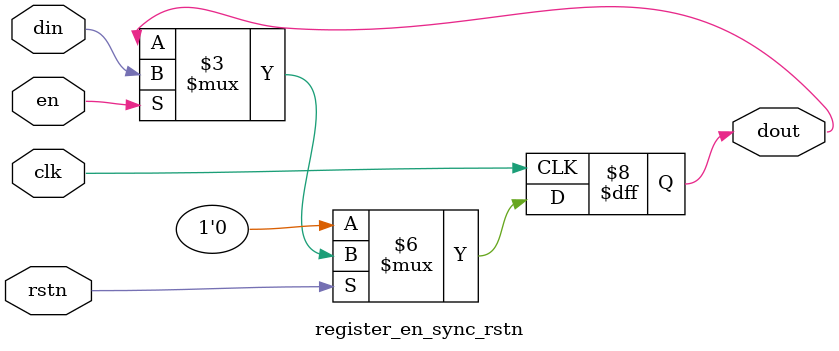
<source format=sv>

`timescale 1ns / 1ps

module register_en_sync_rstn #(
    parameter integer             WIDTH     = 1,
    parameter logic   [WIDTH-1:0] RESET_VAL = '0
) (
    input logic clk,
    input logic rstn,
    input logic en,

    input  logic [WIDTH-1:0] din,
    output logic [WIDTH-1:0] dout
);

  always_ff @(posedge clk) begin
    if (~rstn) begin
      dout <= RESET_VAL;
    end else if (en) begin
      dout <= din;
    end
  end

endmodule

</source>
